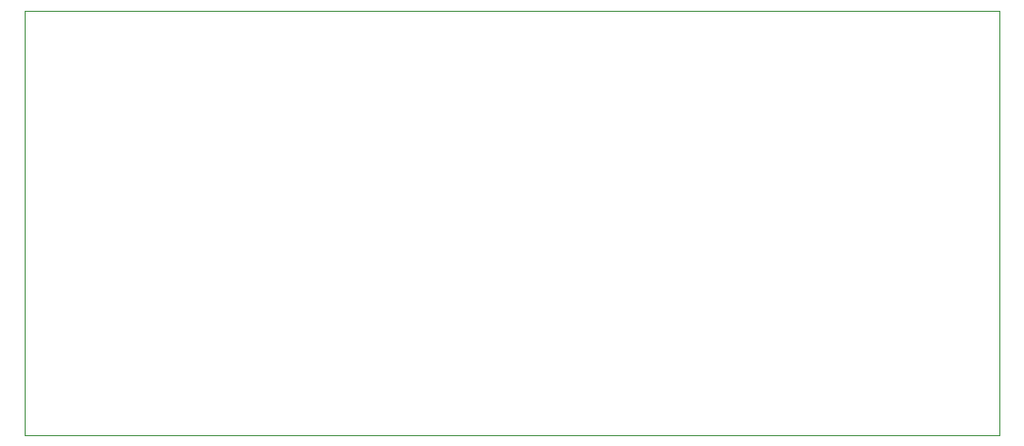
<source format=gbr>
%TF.GenerationSoftware,KiCad,Pcbnew,9.0.7*%
%TF.CreationDate,2026-02-11T00:30:03-06:00*%
%TF.ProjectId,wearable,77656172-6162-46c6-952e-6b696361645f,rev?*%
%TF.SameCoordinates,Original*%
%TF.FileFunction,Profile,NP*%
%FSLAX46Y46*%
G04 Gerber Fmt 4.6, Leading zero omitted, Abs format (unit mm)*
G04 Created by KiCad (PCBNEW 9.0.7) date 2026-02-11 00:30:03*
%MOMM*%
%LPD*%
G01*
G04 APERTURE LIST*
%TA.AperFunction,Profile*%
%ADD10C,0.050000*%
%TD*%
G04 APERTURE END LIST*
D10*
X106500000Y-84000000D02*
X190250000Y-84000000D01*
X190250000Y-120500000D01*
X106500000Y-120500000D01*
X106500000Y-84000000D01*
M02*

</source>
